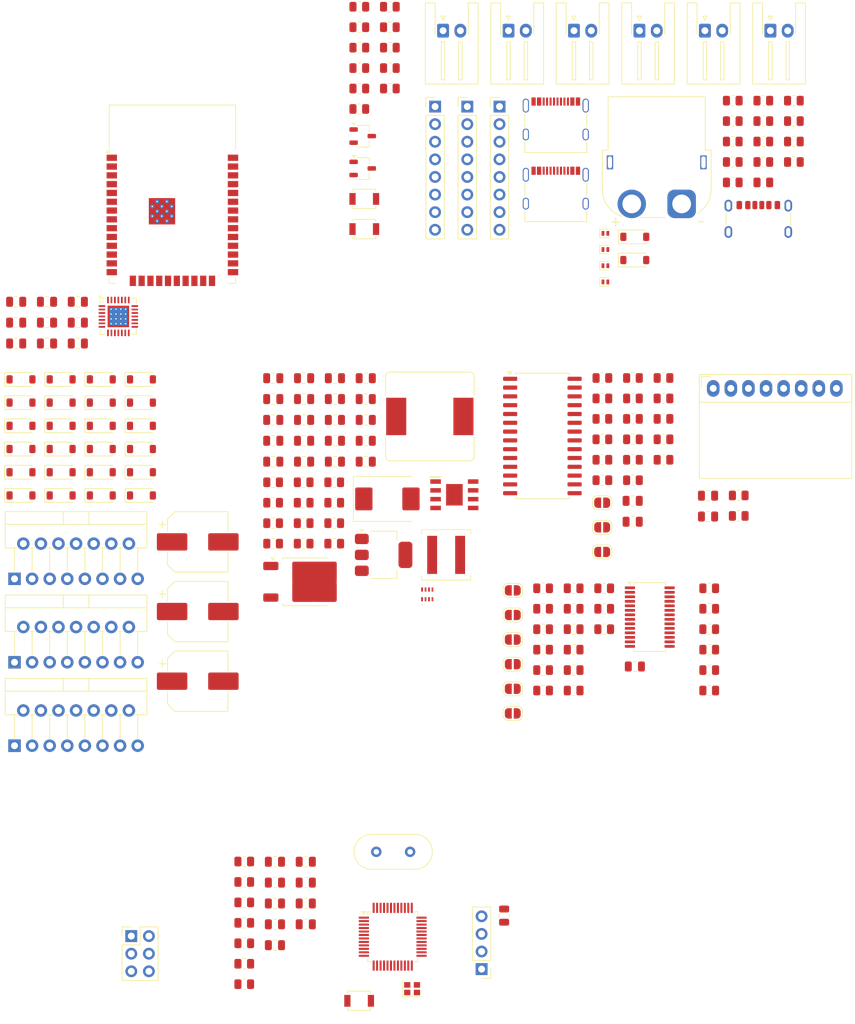
<source format=kicad_pcb>
(kicad_pcb (version 20240108) (generator "pcbnew") (generator_version "8.0")
  (layers (0 "F.Cu" signal) (1 "In1.Cu" signal) (2 "In2.Cu" signal) (31 "B.Cu" signal) (34 "B.Paste" user) (35 "F.Paste" user) (36 "B.SilkS" user "B.Silkscreen") (37 "F.SilkS" user "F.Silkscreen") (38 "B.Mask" user) (39 "F.Mask" user) (44 "Edge.Cuts" user))
  (net 0 "")
  (net 1 "OSC_IN")
  (net 2 "GND")
  (net 3 "3V3")
  (net 4 "OSC_OUT")
  (net 5 "PC14")
  (net 6 "PC15")
  (net 7 "RESET")
  (net 8 "VIN")
  (net 9 "EN")
  (net 10 "5V1")
  (net 11 "Net-(C21-Pad1)")
  (net 12 "Net-(C22-Pad1)")
  (net 13 "Net-(IC1-SW)")
  (net 14 "Net-(IC1-BST)")
  (net 15 "5V2")
  (net 16 "Net-(IC1-SS)")
  (net 17 "Net-(C33-Pad2)")
  (net 18 "Net-(D25-K)")
  (net 19 "Net-(PS1-BOOT)")
  (net 20 "5VRPi")
  (net 21 "Net-(C40-Pad1)")
  (net 22 "Net-(PS1-COMP)")
  (net 23 "Net-(PS1-SS)")
  (net 24 "DC1_1")
  (net 25 "DC1_2")
  (net 26 "DC2_1")
  (net 27 "DC2_2")
  (net 28 "DC3_1")
  (net 29 "DC3_2")
  (net 30 "DC4_1")
  (net 31 "DC5_2")
  (net 32 "DC5_1")
  (net 33 "DC6_1")
  (net 34 "DC6_2")
  (net 35 "Net-(D26-A)")
  (net 36 "ESP_D+")
  (net 37 "ESP_D-")
  (net 38 "USB_D+")
  (net 39 "USB_D-")
  (net 40 "Net-(D31-A)")
  (net 41 "Net-(IC1-FB)")
  (net 42 "Net-(IC1-EN)")
  (net 43 "Net-(IC1-PG)")
  (net 44 "SWCLK")
  (net 45 "SWDIO")
  (net 46 "Net-(J2-Pad4)")
  (net 47 "Net-(J2-Pad3)")
  (net 48 "Net-(J4-Pin_7)")
  (net 49 "Net-(J4-Pin_5)")
  (net 50 "Net-(J4-Pin_1)")
  (net 51 "Net-(J4-Pin_4)")
  (net 52 "Net-(J4-Pin_8)")
  (net 53 "Net-(J4-Pin_3)")
  (net 54 "Net-(J4-Pin_6)")
  (net 55 "Net-(J4-Pin_2)")
  (net 59 "Net-(J14-D+-PadA6)")
  (net 61 "Net-(J14-D--PadA7)")
  (net 66 "Net-(J15-D--PadA7)")
  (net 67 "Net-(J15-D+-PadA6)")
  (net 70 "PCA_A0")
  (net 71 "PCA_A1")
  (net 72 "PCA_A2")
  (net 73 "PCA_A3")
  (net 74 "PCA_A4")
  (net 75 "PCA_A5")
  (net 76 "MCP_A0")
  (net 77 "MCP_A1")
  (net 78 "MCP_A2")
  (net 79 "Net-(PS1-EN)")
  (net 80 "Net-(PS1-VSENSE)")
  (net 81 "Net-(U1-PA5)")
  (net 82 "SPI1_SCK")
  (net 83 "Net-(U1-PA6)")
  (net 84 "SPI1_MISO")
  (net 85 "Net-(U1-PA7)")
  (net 86 "SPI1_MOSI")
  (net 87 "BOOT0")
  (net 88 "BOOT1")
  (net 89 "IO0")
  (net 90 "Net-(U6-TXD)")
  (net 91 "TXD")
  (net 92 "Net-(T1-B)")
  (net 93 "DTR")
  (net 94 "RTS")
  (net 95 "Net-(T2-B)")
  (net 96 "RXD0")
  (net 97 "RXD")
  (net 98 "TXD0")
  (net 99 "IO15")
  (net 100 "IO13")
  (net 101 "CTS")
  (net 102 "USART1_RX")
  (net 103 "TXD1")
  (net 104 "RXD1")
  (net 105 "USART1_TX")
  (net 106 "I2C1_SCL")
  (net 107 "PCA_SCL")
  (net 108 "I2C1_SDA")
  (net 109 "PCA_SDA")
  (net 110 "I2C2_SDA")
  (net 111 "MPU_SDA")
  (net 112 "I2C2_SCL")
  (net 113 "MPU_SCL")
  (net 114 "Net-(R31-Pad2)")
  (net 115 "PCA_0")
  (net 116 "PCA_1")
  (net 117 "PCA_2")
  (net 118 "PCA_3")
  (net 119 "PCA_4")
  (net 120 "PCA_5")
  (net 121 "PCA_6")
  (net 122 "PCA_7")
  (net 123 "OE")
  (net 124 "Net-(U9-LED10)")
  (net 125 "DCEn6")
  (net 126 "DCEn5")
  (net 127 "Net-(U9-LED11)")
  (net 128 "DCEn4")
  (net 129 "Net-(U9-LED12)")
  (net 130 "DCEn3")
  (net 131 "Net-(U9-LED13)")
  (net 132 "DCEn2")
  (net 133 "Net-(U9-LED14)")
  (net 134 "DCEn1")
  (net 135 "Net-(U9-LED15)")
  (net 136 "SPI1_CS")
  (net 137 "Net-(U11-GPB0)")
  (net 138 "DCIn1_1")
  (net 139 "DCIn1_2")
  (net 140 "Net-(U11-GPB1)")
  (net 141 "Net-(U11-GPB2)")
  (net 142 "DCIn2_1")
  (net 143 "Net-(U11-GPB3)")
  (net 144 "DCIn2_2")
  (net 145 "DCIn3_1")
  (net 146 "Net-(U11-GPB4)")
  (net 147 "DCIn3_2")
  (net 148 "Net-(U11-GPB5)")
  (net 149 "DCIn4_1")
  (net 150 "Net-(U11-GPB6)")
  (net 151 "DCIn4_2")
  (net 152 "Net-(U11-GPB7)")
  (net 153 "Net-(U11-GPA0)")
  (net 154 "DCIn5_1")
  (net 155 "Net-(U11-GPA1)")
  (net 156 "DCIn5_2")
  (net 157 "DCIn6_1")
  (net 158 "Net-(U11-GPA2)")
  (net 159 "DCIn6_2")
  (net 160 "Net-(U11-GPA3)")
  (net 161 "Net-(U11-~{RESET})")
  (footprint "Resistor_SMD:R_0805_2012Metric" (layer "F.Cu") (at 115.5225 97.6)
    (property "Reference" "R77" (hide yes))
    (property "Value" "10k")
  )
  (footprint "Resistor_SMD:R_0805_2012Metric" (layer "F.Cu") (at 67.9925 106.75)
    (property "Reference" "R30" (hide yes))
    (property "Value" "10K")
  )
  (footprint "Resistor_SMD:R_0805_2012Metric" (layer "F.Cu") (at 134.3425 60.53)
    (property "Reference" "R46" (hide yes))
    (property "Value" "20R")
  )
  (footprint "Diode_SMD:D_SOD-123" (layer "F.Cu") (at 44.5725 99)
    (property "Reference" "D37" (hide yes))
    (property "Value" "1N4007")
  )
  (footprint "Resistor_SMD:R_0805_2012Metric" (layer "F.Cu") (at 134.3425 51.68)
    (property "Reference" "R43" (hide yes))
    (property "Value" "12k")
  )
  (footprint "Resistor_SMD:R_0805_2012Metric" (layer "F.Cu") (at 130.7925 108.65)
    (property "Reference" "R67" (hide yes))
    (property "Value" "10k")
  )
  (footprint "Connector_USB:USB_C_Receptacle_Palconn_UTC16-G" (layer "F.Cu") (at 104.3825 61.35)
    (property "Reference" "J15" (hide yes))
    (property "Value" "USB_C_Receptacle_USB2.0_16P")
  )
  (footprint "Resistor_SMD:R_0805_2012Metric" (layer "F.Cu") (at 111.1125 103.5)
    (property "Reference" "R73" (hide yes))
    (property "Value" "100R")
  )
  (footprint "Diode_SMD:D_SOD-123" (layer "F.Cu") (at 27.1875 105.7)
    (property "Reference" "D6" (hide yes))
    (property "Value" "1N4007")
  )
  (footprint "Capacitor_SMD:C_0805_2012Metric" (layer "F.Cu") (at 63.6025 94.8)
    (property "Reference" "C25" (hide yes))
    (property "Value" "10u")
  )
  (footprint "Connector_PinHeader_2.54mm:PinHeader_1x08_P2.54mm_Vertical" (layer "F.Cu") (at 86.9625 49.58)
    (property "Reference" "J4" (hide yes))
    (property "Value" "Conn_01x08")
  )
  (footprint "Resistor_SMD:R_0805_2012Metric" (layer "F.Cu") (at 138.7525 48.73)
    (property "Reference" "R47" (hide yes))
    (property "Value" "20R")
  )
  (footprint "Capacitor_SMD:C_0805_2012Metric" (layer "F.Cu") (at 35.3925 77.75)
    (property "Reference" "C20" (hide yes))
    (property "Value" "0.1u")
  )
  (footprint "Resistor_SMD:R_0805_2012Metric" (layer "F.Cu") (at 59.415 167.375)
    (property "Reference" "R4" (hide yes))
    (property "Value" "33R")
  )
  (footprint "Resistor_SMD:R_0805_2012Metric" (layer "F.Cu") (at 106.9625 122.05)
    (property "Reference" "R58" (hide yes))
    (property "Value" "12k")
  )
  (footprint "Capacitor_SMD:CP_Elec_8x10.5" (layer "F.Cu") (at 52.7025 132.5)
    (property "Reference" "C13" (hide yes))
    (property "Value" "220uF 35V")
  )
  (footprint "Capacitor_SMD:C_0805_2012Metric" (layer "F.Cu") (at 68.295 164.575)
    (property "Reference" "C8" (hide yes))
    (property "Value" "20p")
  )
  (footprint "Resistor_SMD:R_0805_2012Metric" (layer "F.Cu") (at 67.9925 103.8)
    (property "Reference" "R29" (hide yes))
    (property "Value" "90.9k")
  )
  (footprint "Diode_SMD:D_SOD-123" (layer "F.Cu") (at 27.1875 92.3)
    (property "Reference" "D2" (hide yes))
    (property "Value" "1N4007")
  )
  (footprint "Button_Switch_SMD:SW_SPST_B3U-1000P" (layer "F.Cu") (at 76 178.625)
    (property "Reference" "SW1" (hide yes))
    (property "Value" "RESET")
  )
  (footprint "Resistor_SMD:R_0805_2012Metric" (layer "F.Cu") (at 111.1125 88.75)
    (property "Reference" "R68" (hide yes))
    (property "Value" "10k")
  )
  (footprint "Capacitor_SMD:CP_Elec_8x10.5" (layer "F.Cu") (at 52.7025 112.4)
    (property "Reference" "C11" (hide yes))
    (property "Value" "220uF 35V")
  )
  (footprint "Capacitor_SMD:C_0805_2012Metric" (layer "F.Cu") (at 115.8025 130.38)
    (property "Reference" "C43" (hide yes))
    (property "Value" "10u")
  )
  (footprint "Diode_SMD:D_SOD-123" (layer "F.Cu") (at 32.9825 99)
    (property "Reference" "D10" (hide yes))
    (property "Value" "1N4007")
  )
  (footprint "Resistor_SMD:R_0805_2012Metric" (layer "F.Cu") (at 72.4025 103.8)
    (property "Reference" "R33" (hide yes))
    (property "Value" "10.2k")
  )
  (footprint "Connector_JST:JST_XH_S2B-XH-A-1_1x02_P2.50mm_Horizontal" (layer "F.Cu") (at 97.5625 38.63)
    (property "Reference" "J8" (hide yes))
    (property "Value" "Conn_01x02")
  )
  (footprint "Capacitor_SMD:C_0805_2012Metric" (layer "F.Cu") (at 30.9425 77.75)
    (property "Reference" "C17" (hide yes))
    (property "Value" "0.1u")
  )
  (footprint "Capacitor_SMD:C_0805_2012Metric" (layer "F.Cu") (at 68.0525 94.8)
    (property "Reference" "C30" (hide yes))
    (property "Value" "22u")
  )
  (footprint "Resistor_SMD:R_0805_2012Metric" (layer "F.Cu") (at 102.5525 127.95)
    (property "Reference" "R54" (hide yes))
    (property "Value" "10k")
  )
  (footprint "Capacitor_SMD:C_0805_2012Metric" (layer "F.Cu") (at 76.9525 100.82)
    (property "Reference" "C42" (hide yes))
    (property "Value" "0.01u")
  )
  (footprint "Resistor_SMD:R_0805_2012Metric" (layer "F.Cu") (at 59.415 164.425)
    (property "Reference" "R3" (hide yes))
    (property "Value" "33R")
  )
  (footprint "Package_SO:SOIC-28W_7.5x17.9mm_P1.27mm" (layer "F.Cu") (at 102.4525 97.12)
    (property "Reference" "U11" (hide yes))
    (property "Value" "MCP23S17_SO")
  )
  (footprint "Resistor_SMD:R_0805_2012Metric" (layer "F.Cu") (at 138.7525 54.63)
    (property "Reference" "R49" (hide yes))
    (property "Value" "4.7K")
  )
  (footprint "Capacitor_SMD:C_0805_2012Metric" (layer "F.Cu") (at 63.6025 88.78)
    (property "Reference" "C23" (hide yes))
    (property "Value" "10u")
  )
  (footprint "Capacitor_SMD:C_0805_2012Metric" (layer "F.Cu") (at 63.6025 91.79)
    (property "Reference" "C24" (hide yes))
    (property "Value" "10u")
  )
  (footprint "Capacitor_SMD:C_0805_2012Metric" (layer "F.Cu") (at 35.3925 83.77)
    (property "Reference" "C22" (hide yes))
    (property "Value" "1n / 50V")
  )
  (footprint "Resistor_SMD:R_0805_2012Metric" (layer "F.Cu") (at 102.5525 133.85)
    (property "Reference" "R56" (hide yes))
    (property "Value" "10k")
  )
  (footprint "Capacitor_SMD:C_0805_2012Metric" (layer "F.Cu") (at 76.9525 91.79)
    (property "Reference" "C39" (hide yes))
    (property "Value" "0.01u")
  )
  (footprint "Diode_SMD:D_SMC" (layer "F.Cu") (at 80.0775 106.2)
    (property "Reference" "D25" (hide yes))
    (property "Value" "CDBC540-G")
  )
  (footprint "Capacitor_SMD:C_0805_2012Metric" (layer "F.Cu") (at 96.925 166.325 90)
    (property "Reference" "C10" (hide yes))
    (property "Value" "0.1u")
  )
  (footprint "Connector_PinHeader_2.54mm:PinHeader_1x08_P2.54mm_Vertical" (layer "F.Cu") (at 91.6125 49.58)
    (property "Reference" "J5" (hide yes))
    (property "Value" "Conn_01x08")
  )
  (footprint "Resistor_SMD:R_0805_2012Metric" (layer "F.Cu") (at 67.9925 109.7)
    (property "Reference" "R31" (hide yes))
    (property "Value" "51.1")
  )
  (footprint "Resistor_SMD:R_0805_2012Metric" (layer "F.Cu") (at 126.5325 119.1)
    (property "Reference" "R19" (hide yes))
    (property "Value" "22R")
  )
  (footprint "Diode_SMD:D_SOD-123" (layer "F.Cu") (at 27.1875 99)
    (property "Reference" "D4" (hide yes))
    (property "Value" "1N4007")
  )
  (footprint "Resistor_SMD:R_0805_2012Metric" (layer "F.Cu") (at 111.3725 125)
    (property "Reference" "R65" (hide yes))
    (property "Value" "10k")
  )
  (footprint "Capacitor_SMD:C_0805_2012Metric" (layer "F.Cu") (at 68.0525 100.82)
    (property "Reference" "C32" (hide yes))
    (property "Value" "22n")
  )
  (footprint "Jumper:SolderJumper-2_P1.3mm_Open_RoundedPad1.0x1.5mm" (layer "F.Cu") (at 98.1725 133.6)
    (property "Reference" "JP5" (hide yes))
    (property "Value" "SJ_A4")
  )
  (footprint "Inductor_SMD:L_Coilcraft_XAL6060-XXX" (layer "F.Cu") (at 88.5575 114.275)
    (property "Reference" "L1" (hide yes))
    (property "Value" "MPL-AL6060-6R8")
  )
  (footprint "Diode_SMD:D_SOD-123" (layer "F.Cu") (at 115.7875 68.38)
    (property "Reference" "D26" (hide yes))
    (property "Value" "1N5819")
  )
  (footprint "Capacitor_SMD:C_0805_2012Metric" (layer "F.Cu") (at 126.3625 105.73)
    (property "Reference" "C44" (hide yes))
    (property "Value" "10u")
  )
  (footprint "Resistor_SMD:R_0805_2012Metric" (layer "F.Cu") (at 59.415 161.475)
    (property "Reference" "R2" (hide yes))
    (property "Value" "33R")
  )
  (footprint "Connector_PinHeader_2.54mm:PinHeader_1x08_P2.54mm_Vertical" (layer "F.Cu") (at 96.2625 49.58)
    (property "Reference" "J6" (hide yes))
    (property "Value" "Conn_01x08")
  )
  (footprint "Resistor_SMD:R_0805_2012Metric" (layer "F.Cu") (at 106.9625 119.1)
    (property "Reference" "R57" (hide yes))
    (property "Value" "10k")
  )
  (footprint "Capacitor_SMD:C_0805_2012Metric" (layer "F.Cu") (at 76.9525 97.81)
    (property "Reference" "C41" (hide yes))
    (property "Value" "22p")
  )
  (footprint "Diode_SMD:D_SOD-123" (layer "F.Cu") (at 44.5725 102.35)
    (property "Reference" "D38" (hide yes))
    (property "Value" "1N4007")
  )
  (footprint "Resistor_SMD:R_0805_2012Metric" (layer "F.Cu") (at 119.9325 88.75)
    (property "Reference" "R80" (hide yes))
    (property "Value" "100R")
  )
  (footprint "Resistor_SMD:R_0805_2012Metric" (layer "F.Cu") (at 111.3725 122.05)
    (property "Reference" "R64" (hide yes))
    (property "Value" "12k")
  )
  (footprint "Capacitor_SMD:C_0805_2012Metric" (layer "F.Cu") (at 26.4925 77.75)
    (property "Reference" "C14" (hide yes))
    (property "Value" "100u")
  )
  (footprint "Resistor_SMD:R_0805_2012Metric" (layer "F.Cu") (at 119.9325 97.6)
    (property "Reference" "R83" (hide yes))
    (property "Value" "100R")
  )
  (footprint "Resistor_SMD:R_0805_2012Metric" (layer "F.Cu") (at 129.9325 60.53)
    (property "Reference" "R41" (hide yes))
    (property "Value" "12k")
  )
  (footprint "Resistor_SMD:R_0805_2012Metric" (layer "F.Cu") (at 119.9325 91.7)
    (property "Reference" "R81" (hide yes))
    (property "Value" "100R")
  )
  (footprint "Diode_SMD:D_SOD-123" (layer "F.Cu") (at 32.9825 105.7)
    (property "Reference" "D12" (hide yes))
    (property "Value" "1N4007")
  )
  (footprint "Diode_SMD:D_SOD-123" (layer "F.Cu") (at 38.7775 102.35)
    (property "Reference" "D32" (hide yes))
    (property "Value" "1N4007")
  )
  (footprint "Capacitor_SMD:C_0805_2012Metric" (layer "F.Cu") (at 115.4825 106.48)
    (property "Reference" "C46" (hide yes))
    (property "Value" "0.1u")
  )
  (footprint "Diode_SMD:D_SOD-123" (layer "F.Cu") (at 38.7775 95.65)
    (property "Reference" "D15" (hide yes))
    (property "Value" "1N4007")
  )
  (footprint "Diode_SMD:D_SOD-123" (layer "F.Cu") (at 44.5725 88.95)
    (property "Reference" "D34" (hide yes))
    (property "Value" "1N4007")
  )
  (footprint "Resistor_SMD:R_0805_2012Metric" (layer "F.Cu") (at 111.1125 100.55)
    (property "Reference" "R72" (hide yes))
    (property "Value" "10k")
  )
  (footprint "Jumper:SolderJumper-2_P1.3mm_Open_RoundedPad1.0x1.5mm" (layer "F.Cu") (at 98.1725 126.5)
    (property "Reference" "JP3" (hide yes))
    (property "Value" "SJ_A2")
  )
  (footprint "Resistor_SMD:R_0805_2012Metric" (layer "F.Cu") (at 76.0225 46.98)
    (property "Reference" "R12" (hide yes))
    (property "Value" "12K")
  )
  (footprint "Resistor_SMD:R_0805_2012Metric" (layer "F.Cu") (at 106.9625 127.95)
    (property "Reference" "R60" (hide yes))
    (property "Value" "12k")
  )
  (footprint "Resistor_SMD:R_0805_2012Metric" (layer "F.Cu") (at 119.9325 94.65)
    (property "Reference" "R82" (hide yes))
    (property "Value" "100R")
  )
  (footprint "Resistor_SMD:R_0805_2012Metric" (layer "F.Cu") (at 126.5325 127.95)
    (property "Reference" "R22" (hide yes))
    (property "Value" "100R")
  )
  (footprint "Package_TO_SOT_SMD:TSOT-23" (layer "F.Cu") (at 76.5125 53.845)
    (property "Reference" "T1" (hide yes))
    (property "Value" "S8050")
  )
  (footprint "Package_TO_SOT_THT:TO-220-15_P2.54x2.54mm_StaggerOdd_Lead4.58mm_Vertical" (layer "F.Cu") (at 26.2525 129.77)
    (property "Reference" "U3" (hide yes))
    (property "Value" "L298N")
  )
  (footprint "Connector_PinHeader_2.54mm:PinHeader_1x04_P2.54mm_Vertical" (layer "F.Cu") (at 93.675 174.05 180)
    (property "Reference" "J1" (hide yes))
    (property "Value" "Debug")
  )
  (footprint "Connector_JST:JST_XH_S2B-XH-A-1_1x02_P2.50mm_Horizontal" (layer "F.Cu") (at 116.4625 38.63)
    (property "Reference" "J10" (hide yes))
    (property "Value" "Conn_01x02")
  )
  (footprint "Capacitor_SMD:C_0805_2012Metric" (layer "F.Cu") (at 126.3625 108.74)
    (property "Reference" "C45" (hide yes))
    (property "Value" "0.1u")
  )
  (footprint "Diode_SMD:D_SOD-123" (layer "F.Cu") (at 44.5725 95.65)
    (property "Reference" "D36" (hide yes))
    (property "Value" "1N4007")
  )
  (footprint "Capacitor_SMD:C_0805_2012Metric" (layer "F.Cu") (at 63.845 170.595)
    (property "Reference" "C5" (hide yes))
    (property "Value" "0.1u")
  )
  (footprint "Diode_SMD:D_SOD-123" (layer "F.Cu") (at 32.9825 102.35)
    (property "Reference" "D11" (hide yes))
    (property "Value" "1N4007")
  )
  (footprint "Capacitor_SMD:C_0805_2012Metric" (layer "F.Cu") (at 68.0525 88.78)
    (property "Reference" "C28" (hide yes))
    (property "Value" "0.1u")
  )
  (footprint "Diode_SMD:D_SOD-882" (layer "F.Cu") (at 111.5475 72.555)
    (property "Reference" "D29" (hide yes))
    (property "Value" "ESD05V88D-LC")
  )
  (footprint "Connector_JST:JST_XH_S2B-XH-A-1_1x02_P2.50mm_Horizontal" (layer "F.Cu") (at 88.1125 38.63)
    (property "Reference" "J7" (hide yes))
    (property "Value" "Conn_01x02")
  )
  (footprint "Resistor_SMD:R_0805_2012Metric" (layer "F.Cu") (at 134.3425 54.63)
    (property "Reference" "R44" (hide yes))
    (property "Value" "12k")
  )
  (footprint "Diode_SMD:D_SOD-123" (layer "F.Cu") (at 32.9825 95.65)
    (property "Reference" "D9" (hide yes))
    (property "Value" "1N4007")
  )
  (footprint "Capacitor_SMD:C_0805_2012Metric" (layer "F.Cu") (at 63.6025 100.82)
    (property "Reference" "C27" (hide yes))
    (property "Value" "22u")
  )
  (footprint "Jumper:SolderJumper-2_P1.3mm_Open_RoundedPad1.0x1.5mm" (layer "F.Cu") (at 111.0825 110.3)
    (property "Reference" "JP8" (hide yes))
    (property "Value" "SJ_A1")
  )
  (footprint "Resistor_SMD:R_0805_2012Metric" (layer "F.Cu") (at 130.7925 105.7)
    (property "Reference" "R66" (hide yes))
    (property "Value" "10k")
  )
  (footprint "Resistor_SMD:R_0805_2012Metric" (layer "F.Cu") (at 63.5825 103.8)
    (property "Reference" "R25" (hide yes))
    (property "Value" "191K")
  )
  (footprint "Resistor_SMD:R_0805_2012Metric" (layer "F.Cu") (at 129.9325 57.58)
    (property "Reference" "R40" (hide yes))
    (property "Value" "12k")
  )
  (footprint "Connector_AMASS:AMASS_XT60PW-F_1x02_P7.20mm_Horizontal" (layer "F.Cu") (at 122.5525 63.63)
    (property "Reference" "J3" (hide yes))
    (property "Value" "VIN")
  )
  (footprint "Resistor_SMD:R_0805_2012Metric" (layer "F.Cu") (at 106.9625 133.85)
    (property "Reference" "R62" (hide yes))
    (property "Value" "12k")
  )
  (footprint "Crystal:Crystal_HC49-U_Vertical" (layer "F.Cu") (at 78.475 157.125)
    (property "Reference" "Y1" (hide yes))
    (property "Value" "8mHz")
  )
  (footprint "Resistor_SMD:R_0805_2012Metric" (layer "F.Cu") (at 126.5325 130.9)
    (property "Reference" "R23" (hide yes))
    (property "Value" "0R")
  )
  (footprint "TPS54531DDAR:SOIC127P600X170-9N" (layer "F.Cu") (at 89.7475 105.6)
    (property "Reference" "PS1" (hide yes))
    (property "Value" "TPS54531DDAR" (hide yes))
  )
  (footprint "Capacitor_SMD:C_0805_2012Metric" (layer "F.Cu") (at 115.4825 109.49)
    (property "Reference" "C47" (hide yes))
    (property "Value" "10u")
  )
  (footprint "Resistor_SMD:R_0805_2012Metric" (layer "F.Cu") (at 59.415 173.275)
    (property "Reference" "R6" (hide yes))
    (property "Value" "100K")
  )
  (footprint "Diode_SMD:D_SOD-123" (layer "F.Cu") (at 38.7775 88.95)
    (property "Reference" "D13" (hide yes))
    (property "Value" "1N4007")
  )
  (footprint "Resistor_SMD:R_0805_2012Metric" (layer "F.Cu") (at 115.5225 103.5)
    (property "Reference" "R79" (hide yes))
    (property "Value" "100R")
  )
  (footprint "Resistor_SMD:R_0805_2012Metric" (layer "F.Cu") (at 126.5325 125)
    (property "Reference" "R21" (hide yes))
    (property "Value" "100R")
  )
  (footprint "Capacitor_SMD:C_0805_2012Metric" (layer "F.Cu") (at 72.5025 100.82)
    (property "Reference" "C37" (hide yes))
    (property "Value" "4.7u")
  )
  (footprint "Resistor_SMD:R_0805_2012Metric" (layer "F.Cu") (at 72.4025 109.7)
    (property "Reference" "R35" (hide yes))
    (property "Value" "37.4k")
  )
  (footprint "Capacitor_SMD:C_0805_2012Metric" (layer "F.Cu") (at 72.5025 94.8)
    (property "Reference" "C35" (hide yes))
    (property "Value" "47u")
  )
  (footprint "Capacitor_SMD:C_0805_2012Metric" (layer "F.Cu") (at 68.295 161.565)
    (property "Reference" "C7" (hide yes))
    (property "Value" "20p")
  )
  (footprint "Package_DFN_QFN:QFN-28-1EP_5x5mm_P0.5mm_EP3.1x3.1mm_ThermalVias" (layer "F.Cu") (at 41.2425 79.87)
    (property "Reference" "U6" (hide yes))
    (property "Value" "CP2102N-Axx-xQFN28")
  )
  (footprint "Diode_SMD:D_SOD-123" (layer "F.Cu") (at 38.7775 99)
    (property "Reference" "D16" (hide yes))
    (property "Value" "1N4007")
  )
  (footprint "Connector_JST:JST_XH_S2B-XH-A-1_1x02_P2.50mm_Horizontal" (layer "F.Cu") (at 135.3625 38.63)
    (property "Reference" "J12" (hide yes))
    (property "Value" "Conn_01x02")
  )
  (footprint "Resistor_SMD:R_0805_2012Metric" (layer "F.Cu") (at 63.5825 106.75)
    (property "Reference" "R26" (hide yes))
    (property "Value" "10K")
  )
  (footprint "Diode_SMD:D_SOD-123" (layer "F.Cu") (at 38.7775 92.3)
    (property "Reference" "D14" (hide yes))
    (property "Value" "1N4007")
  )
  (footprint "Capacitor_SMD:C_0805_2012Metric" (layer "F.Cu") (at 26.4925 80.76)
    (property "Reference" "C15" (hide yes))
    (property "Value" "0.1u")
  )
  (footprint "Resistor_SMD:R_0805_2012Metric" (layer "F.Cu") (at 126.5325 122.05)
    (property "Reference" "R20" (hide yes))
    (property "Value" "22R")
  )
  (footprint "Jumper:SolderJumper-2_P1.3mm_Open_RoundedPad1.0x1.5mm" (layer "F.Cu") (at 111.0825 106.75)
    (property "Reference" "JP7" (hide yes))
    (property "Value" "SJ_A0")
  )
  (footprint "Resistor_SMD:R_0805_2012Metric" (layer "F.Cu") (at 115.5225 100.55)
    (property "Reference" "R78" (hide yes))
    (property "Value" "100R")
  )
  (footprint "Package_TO_SOT_THT:TO-220-15_P2.54x2.54mm_StaggerOdd_Lead4.58mm_Vertical" (layer "F.Cu") (at 26.2525 141.81)
    (property "Reference" "U4" (hide yes))
    (property "Value" "L298N")
  )
  (footprint "Connector_USB:USB_C_Receptacle_Palconn_UTC16-G" (layer "F.Cu") (at 104.3825 51.37)
    (property "Reference" "J14" (hide yes))
    (property "Value" "USB_C_Receptacle_USB2.0_16P")
  )
  (footprint "Resistor_SMD:R_0805_2012Metric" (layer "F.Cu") (at 72.4025 106.75)
    (property "Reference" "R34" (hide yes))
    (property "Value" "130K")
  )
  (footprint "Package_SO:TSSOP-28_4.4x9.7mm_P0.65mm" (layer "F.Cu") (at 117.9525 123.25)
    (property "Reference" "U9" (hide yes))
    (property "Value" "PCA9685PW")
  )
  (footprint "Capacitor_SMD:C_0805_2012Metric" (layer "F.Cu") (at 68.0525 97.81)
    (property "Reference" "C31" (hide yes))
    (property "Value" "22u")
  )
  (footprint "Diode_SMD:D_SOD-882" (layer "F.Cu") (at 111.5475 67.875)
    (property "Reference" "D27" (hide yes))
    (property "Value" "ESD05V88D-LC")
  )
  (footprint "Diode_SMD:D_SOD-123" (layer "F.Cu") (at 115.7875 71.73)
    (property "Reference" "D31" (hide yes))
    (property "Value" "1N5819")
  )
  (footprint "Resistor_SMD:R_0805_2012Metric" (layer "F.Cu") (at 106.9625 130.9)
    (property "Reference" "R61" (hide yes))
    (property "Value" "10k")
  )
  (footprint "Capacitor_SMD:C_0805_2012Metric" (layer "F.Cu") (at 35.3925 80.76)
    (property "Reference" "C21" (hide yes))
    (property "Value" "1n / 50V")
  )
  (footprint "Diode_SMD:D_SOD-882" (layer "F.Cu") (at 111.5475 74.895)
    (property "Reference" "D30" (hide yes))
    (property "Value" "ESD05V88D-LC")
  )
  (footprint "Resistor_SMD:R_0805_2012Metric" (layer "F.Cu") (at 106.9625 125)
    (property "Reference" "R59" (hide yes))
    (property "Value" "12k")
  )
  (footprint "Resistor_SMD:R_0805_2012Metric" (layer "F.Cu") (at 102.5525 122.05)
    (property "Reference" "R52" (hide yes))
    (property "Value" "10k")
  )
  (footprint "Resistor_SMD:R_0805_2012Metric" (layer "F.Cu") (at 129.9325 51.68)
    (property "Reference" "R38" (hide yes))
    (property "Value" "12k")
  )
  (footprint "Resistor_SMD:R_0805_2012Metric" (layer "F.Cu") (at 129.9325 54.63)
    (property "Reference" "R39" (hide yes))
    (property "Value" "12k")
  )
  (footprint "Diode_SMD:D_SOD-123" (layer "F.Cu") (at 38.7775 105.7)
    (property "Reference" "D33" (hide yes))
    (property "Value" "1N4007")
  )
  (footprint "Diode_SMD:D_SOD-123" (layer "F.Cu") (at 44.5725 92.3)
    (property "Reference" "D35" (hide yes))
    (property "Value" "1N4007")
  )
  (footprint "RF_Module:ESP32-WROOM-32D" (layer "F.Cu") (at 49.0425 65.22)
    (property "Reference" "U5" (hide yes))
    (property "Value" "ESP32-WROOM-32D")
  )
  (footprint "Resistor_SMD:R_0805_2012Metric" (layer "F.Cu") (at 80.4325 44.03)
    (property "Reference" "R17" (hide yes))
    (property "Value" "0R (NC)")
  )
  (footprint "Resistor_SMD:R_0805_2012Metric" (layer "F.Cu") (at 111.3725 119.1)
    (property "Reference" "R63" (hide yes))
    (property "Value" "12k")
  )
  (footprint "Resistor_SMD:R_0805_2012Metric" (layer "F.Cu") (at 102.5525 125)
    (property "Reference" "R53" (hide yes))
    (property "Value" "10k")
  )
  (footprint "Diode_SMD:D_SOD-123" (layer "F.Cu") (at 32.9825 88.95)
    (property "Reference" "D7" (hide yes))
    (property "Value" "1N4007")
  )
  (footprint "Resistor_SMD:R_0805_2012Metric" (layer "F.Cu") (at 102.5525 130.9)
    (property "Reference" "R55" (hide yes))
    (property "Value" "10k")
  )
  (footprint "Jumper:SolderJumper-2_P1.3mm_Open_RoundedPad1.0x1.5mm" (layer "F.Cu") (at 98.1725 137.15)
    (property "Reference" "JP6" (hide yes))
    (property "Value" "SJ_A5")
  )
  (footprint "Resistor_SMD:R_0805_2012Metric" (layer "F.Cu") (at 111.1125 91.7)
    (property "Reference" "R69" (hide yes))
    (property "Value" "4.7K")
  )
  (footprint "Jumper:SolderJumper-2_P1.3mm_Open_RoundedPad1.0x1.5mm" (layer "F.Cu") (at 98.1725 130.05)
    (property "Reference" "JP4" (hide yes))
    (property "Value" "SJ_A3")
  )
  (footprint "Inductor_SMD:L_Bourns_SRR1260" (layer "F.Cu") (at 86.2025 94.3)
    (property "Reference" "L2" (hide yes))
    (property "Value" "SRP1265-100M")
  )
  (footprint "Resistor_SMD:R_0805_2012Metric" (layer "F.Cu") (at 119.9325 100.55)
    (property "Reference" "R84" (hide yes))
    (property "Value" "10K")
  )
  (footprint "Resistor_SMD:R_0805_2012Metric" (layer "F.Cu") (at 80.4325 35.18)
    (property "Reference" "R14" (hide yes))
    (property "Value" "470R")
  )
  (footprint "Capacitor_SMD:C_0805_2012Metric" (layer "F.Cu") (at 76.9525 88.78)
    (property "Reference" "C38" (hide yes))
    (property "Value" "4.7u")
  )
  (footprint "Resistor_SMD:R_0805_2012Metric" (layer "F.Cu") (at 63.5825 109.7)
    (property "Reference" "R27" (hide yes))
    (property "Value" "49.9K")
  )
  (footprint "Resistor_SMD:R_0805_2012Metric" (layer "F.Cu") (at 115.5225 94.65)
    (property "Reference" "R76" (hide yes))
    (property "Value" "100R")
  )
  (footprint "Capacitor_SMD:C_0805_2012Metric" (layer "F.Cu") (at 26.4925 83.77)
    (property "Reference" "C16" (hide yes))
    (property "Value" "10u")
  )
  (footprint "Resistor_SMD:R_0805_2012Metric" (layer "F.Cu") (at 115.5225 88.75)
    (property "Reference" "R74" (hide yes))
    (property "Value" "100R")
  )
  (footprint "Capacitor_SMD:C_0805_2012Metric" (layer "F.Cu") (at 72.5025 91.79)
    (property "Reference" "C34" (hide yes))
    (property "Value" "0.01u")
  )
  (footprint "MP2338GTL-Z:MP2338GTLZ" (layer "F.Cu") (at 85.8325 119.975)
    (property "Reference" "IC1" (hide yes))
    (property "Value" "MP2338GTL-Z" (hide yes))
  )
  (footprint "Resistor_SMD:R_0805_2012Metric" (layer "F.Cu") (at 115.5225 91.7)
    (property "Reference" "R75" (hide yes))
    (property "Value" "100R")
  )
  (footprint "Package_TO_SOT_SMD:SOT-223-3_TabPin2" (layer "F.Cu") (at 79.5325 114.275)
    (property "Reference" "U8" (hide yes))
    (property "Value" "AMS1117-3.3")
  )
  (footprint "Package_TO_SOT_SMD:TO-252-2" (layer "F.Cu") (at 68.2925 118.155)
    (property "Reference" "U7" (hide yes))
    (property "Value" "L7805")
  )
  (footprint "Diode_SMD:D_SOD-123" (layer "F.Cu") (at 27.1875 95.65)
    (property "Reference" "D3" (hide yes))
    (property "Value" "1N4007")
  )
  (footprint "Resistor_SMD:R_0805_2012Metric" (layer "F.Cu") (at 134.3425 48.73)
    (property "Reference" "R42" (hide yes))
    (property "Value" "12k")
  )
  (footprint "Diode_SMD:D_SOD-123" (layer "F.Cu") (at 27.1875 88.95)
    (property "Reference" "D1" (hide yes))
    (property "Value" "1N4007")
  )
  (footprint "Connector_USB:USB_C_Receptacle_GCT_USB4125-xx-x_6P_TopMnt_Horizontal" (layer "F.Cu") (at 133.6225 66.88)
    (property "Reference" "J13" (hide yes))
    (property "Value" "USB_C_Receptacle_PowerOnly_6P")
  )
  (footprint "Button_Switch_SMD:SW_SPST_B3U-1000P" (layer "F.Cu") (at 76.7425 62.91)
    (property "Reference" "SW2" (hide yes))
    (property "Value" "IO0")
  )
  (footprint "Resistor_SMD:R_0805_2012Metric" (layer "F.Cu") (at 138.7525 51.68)
    (property "Reference" "R48" (hide yes))
    (property "Value" "20R")
  )
  (footprint "Capacitor_SMD:C_0805_2012Metric" (layer "F.Cu") (at 68.295 158.555)
    (property "Reference" "C6" (hide yes))
    (property "Value" "20p")
  )
  (footprint "Resistor_SMD:R_0805_2012Metric" (layer "F.Cu") (at 67.9925 112.65)
    (property "Reference" "R32" (hide yes))
    (property "Value" "665K")
  )
  (footprint "Jumper:SolderJumper-2_P1.3mm_Open_RoundedPad1.0x1.5mm" (layer "F.Cu") (at 98.1725 122.95)
    (property "Reference" "JP2" (hide yes))
    (property "Value" "SJ_A1")
  )
  (footprint "PCM_SL_Breakout_Boards:MPU6050_Breakout" (layer "F.Cu") (at 127.1125 90.25)
    (property "Reference" "U10" (hide yes))
    (property "Value" "MPU6050")
  )
  (footprint "Diode_SMD:D_SOD-123" (layer "F.Cu") (at 32.9825 92.3)
    (property "Reference" "D8" (hide yes))
    (property "Value" "1N4007")
  )
  (footprint "Capacitor_SMD:C_0805_2012Metric" (layer "F.Cu") (at 30.9425 83.77)
    (property "Reference" "C19" (hide yes))
    (property "Value" "10u")
  )
  (footprint "Resistor_SMD:R_0805_2012Metric" (layer "F.Cu") (at 80.4325 41.08)
    (property "Reference" "R16" (hide yes))
    (property "Value" "0R")
  )
  (footprint "Capacitor_SMD:C_0805_2012Metric" (layer "F.Cu") (at 30.9425 80.76)
    (property "Reference" "C18" (hide yes))
    (property "Value" "1n / 50V")
  )
  (footprint "Capacitor_SMD:C_0805_2012Metric" (layer "F.Cu") (at 63.6025 97.81)
    (property "Reference" "C26" (hide yes))
    (property "Value" "10u")
  )
  (footprint "Jumper:SolderJumper-2_P1.3mm_Open_RoundedPad1.0x1.5mm" (layer "F.Cu") (at 111.0825 113.85)
    (property "Reference" "JP9" (hide yes))
    (property "Value" "SJ_A2")
  )
  (footprint "Resistor_SMD:R_0805_2012Metric" (layer "F.Cu") (at 59.415 170.325)
    (property "Reference" "R5" (hide yes))
    (property "Value" "10K")
  )
  (footprint "Connector_PinHeader_2.54mm:PinHeader_2x03_P2.54mm_Vertical" (layer "F.Cu") (at 43.11 169.285)
    (property "Reference" "J2" (hide yes))
    (property "Value" "Boot_Sel")
  )
  (footprint "Resistor_SMD:R_0805_2012Metric" (layer "F.Cu") (at 126.5325 133.85)
    (property "Reference" "R24" (hide yes))
    (property "Value" "0R")
  )
  (footprint "Capacitor_SMD:C_0805_2012Metric" (layer "F.Cu") (at 72.5025 88.78)
    (property "Reference" "C33" (hide yes))
    (property "Value" "300p")
  )
  (footprint "Resistor_SMD:R_0805_2012Metric" (layer "F.Cu") (at 129.9325 48.73)
    (property "Reference" "R37" (hide yes))
    (property "Value" "12k")
  )
  (footprint "Resistor_SMD:R_0805_2012Metric" (layer "F.Cu") (at 134.3425 57.58)
    (property "Reference" "R45" (hide yes))
    (property "Value" "20R")
  )
  (footprint "Diode_SMD:D_SOD-882" (layer "F.Cu") (at 111.5475 70.215)
    (property "Reference" "D28" (hide yes))
    (property "Value" "ESD05V88D-LC")
  )
  (footprint "Resistor_SMD:R_0805_2012Metric" (layer "F.Cu") (at 111.1125 97.6)
    (property "Reference" "R71" (hide yes))
    (property "Value" "100R")
  )
  (footprint "Diode_SMD:D_SOD-123" (layer "F.Cu") (at 27.1875 102.35)
    (property "Reference" "D5" (hide yes))
    (property "Value" "1N4007")
  )
  (footprint "Resistor_SMD:R_0805_2012Metric" (layer "F.Cu") (at 59.415 176.225)
    (property "Reference" "R7" (hide yes))
    (property "Value" "100K")
  )
  (footprint "Resistor_SMD:R_0805_2012Metric" (layer "F.Cu") (at 76.0225 44.03)
    (property "Reference" "R11" (hide yes))
    (property "Value" "470R")
  )
  (footprint "Connector_JST:JST_XH_S2B-XH-A-1_1x02_P2.50mm_Horizontal" (layer "F.Cu") (at 125.9125 38.63)
    (property "Reference" "J11" (hide yes))
    (property "Value" "Conn_01x02")
  )
  (footprint "Resistor_SMD:R_0805_2012Metric" (layer "F.Cu") (at 111.1125 94.65)
    (property "Reference" "R70" (hide yes))
    (property "Value" "100R")
  )
  (footprint "Resistor_SMD:R_0805_2012Metric" (layer "F.Cu") (at 102.5525 119.1)
    (property "Reference" "R51" (hide yes))
    (property "Value" "10k")
  )
  (footprint "Resistor_SMD:R_0805_2012Metric" (layer "F.Cu") (at 76.0225 38.13)
    (property "Reference" "R9" (hide yes))
    (property "Value" "12k")
  )
  (footprint "Resistor_SMD:R_0805_2012Metric" (layer "F.Cu") (at 59.415 158.525)
    (property "Reference" "R1" (hide yes))
    (property "Value" "1M")
  )
  (footprint "Resistor_SMD:R_0805_2012Metric" (layer "F.Cu") (at 76.0225 41.08)
    (property "Reference" "R10" (hide yes))
    (property "Value" "470R")
  )
  (footprint "Resistor_SMD:R_0805_2012Metric" (layer "F.Cu") (at 72.4025 112.65)
    (property "Reference" "R36" (hide yes))
    (property "Value" "1.96k")
  )
  (footprint "Capacitor_SMD:C_0805_2012Metric" (layer "F.Cu") (at 68.0525 91.79)
    (property "Reference" "C29" (hide yes))
    (property "Value" "0.1u")
  )
  (footprint "Capacitor_SMD:C_0805_2012Metric" (layer "F.Cu") (at 72.5025 97.81)
    (property "Reference" "C36" (hide yes))
    (property "Value" "47u")
  )
  (footprint "Resistor_SMD:R_0805_2012Metric" (layer "F.Cu") (at 80.4325 46.98)
    (property "Reference" "R18" (hide yes))
    (property "Value" "0R(NC)")
  )
  (footprint "Package_TO_SOT_THT:TO-220-15_P2.54x2.54mm_StaggerOdd_Lead4.58mm_Vertical" (layer "F.Cu") (at 26.2525 117.73)
    (property "Reference" "U2" (hide yes))
    (property "Value" "L298N")
  )
  (footprint "Capacitor_SMD:CP_Elec_8x10.5" (layer "F.Cu") (at 52.7025 122.45)
    (property "Reference" "C12" (hide yes))
    (property "Value" "220uF 35V")
  )
  (footprint "Capacitor_SMD:C_0805_2012Metric" (layer "F.Cu") (at 76.9525 94.8)
    (property "Reference" "C40" (hide yes))
    (property "Value" "2200p")
  )
  (footprint "Capacitor_SMD:C_0805_2012Metric" (layer "F.Cu") (at 63.845 167.585)
    (property "Reference" "C4" (hide yes))
    (property "Value" "0.1u")
  )
  (footprint "Resistor_SMD:R_0805_2012Metric" (layer "F.Cu") (at 76.0225 35.18)
    (property "Reference" "R8" (hide yes))
    (property "Value" "5K")
  )
  (footprint "Crystal:Crystal_SMD_2016-4Pin_2.0x1.6mm" (layer "F.Cu") (at 83.645 176.875)
    (property "Reference" "Y2" (hide yes))
    (property "Value" "32.768kHz")
  )
  (footprint "Capacitor_SMD:C_0805_2012Metric" (layer "F.Cu") (at 63.845 161.565)
    (property "Reference" "C2" (hide yes))
    (property "Value" "0.1u")
  )
  (footprint "Resistor_SMD:R_0805_2012Metric" (layer "F.Cu") (at 63.5825 112.65)
    (property "Reference" "R28" (hide yes))
    (property "Value" "10K")
  )
  (footprint "Resistor_SMD:R_0805_2012Metric" (layer "F.Cu") (at 138.7525 57.58)
    (property "Reference" "R50" (hide yes))
    (property "Value" "4.7K")
  )
  (footprint "Jumper:SolderJumper-2_P1.3mm_Open_RoundedPad1.0x1.5mm" (layer "F.Cu") (at 98.1725 119.4)
    (property "Reference" "JP1" (hide yes))
    (property "Value" "SJ_A0")
  )
  (footprint "Resistor_SMD:R_0805_2012Metric" (layer "F.Cu") (at 80.4325 38.13)
    (property "Reference" "R15" (hide yes))
    (property "Value" "0R")
  )
  (footprint "Diode_SMD:D_SOD-123" (layer "F.Cu") (at 44.5725 105.7)
    (property "Reference" "D39" (hide yes))
    (property "Value" "1N4007")
  )
  (footprint "Capacitor_SMD:C_0805_2012Metric" (layer "F.Cu") (at 68.295 167.585)
    (property "Reference" "C9" (hide yes))
    (property "Value" "1uf")
  )
  (footprint "Button_Switch_SMD:SW_SPST_B3U-1000P" (layer "F.Cu") (at 76.7425 67.26)
    (property "Reference" "SW3" (hide yes))
    (property "Value" "EN")
  )
  (footprint "Capacitor_SMD:C_0805_2012Metric" (layer "F.Cu") (at 63.845 164.575)
    (property "Reference" "C3" (hide yes))
    (property "Value" "0.1u")
  )
  (footprint "Resistor_SMD:R_0805_2012Metric" (layer "F.Cu") (at 76.0225 49.93)
    (property "Reference" "R13" (hide yes))
    (property "Value" "12K")
  )
  (footprint "Capacitor_SMD:C_0805_2012Metric" (layer "F.Cu") (at 63.845 158.555)
    (property "Reference" "C1" (hide yes))
    (property "Value" "20p")
  )
  (footprint "Connector_JST:JST_XH_S2B-XH-A-1_1x02_P2.50mm_Horizontal" (layer "F.Cu") (at 107.0125 38.63)
    (property "Reference" "J9" (hide yes))
    (property "Value" "Conn_01x02")
  )
  (footprint "Package_TO_SOT_SMD:TSOT-23" (layer "F.Cu") (at 76.5125 58.51)
    (property "Reference" "T2" (hide yes))
    (property "Value" "S8050")
  )
  (footprint "Package_QFP:LQFP-48_7x7mm_P0.5mm" (layer "F.Cu") (at 80.845 169.375)
    (property "Reference" "U1" (hide yes))
    (property "Value" "STM32F103C8Tx")
  )
)
</source>
